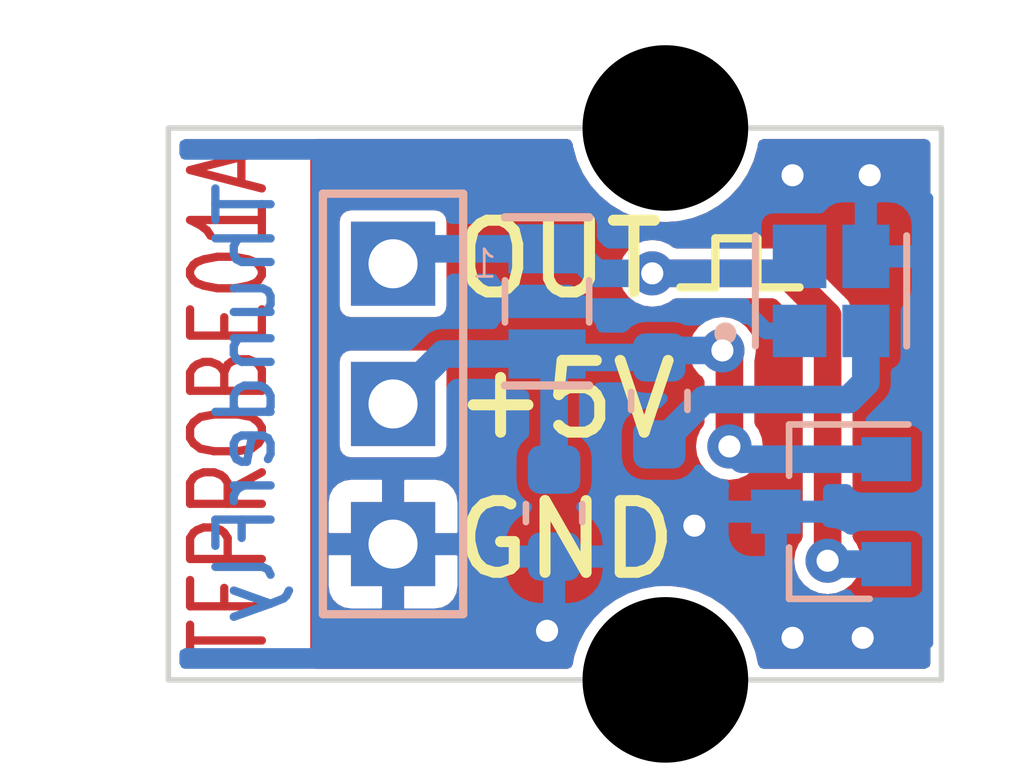
<source format=kicad_pcb>
(kicad_pcb (version 20201002) (generator pcbnew)

  (general
    (thickness 1.6)
  )

  (paper "A4")
  (layers
    (0 "F.Cu" signal)
    (31 "B.Cu" signal)
    (32 "B.Adhes" user "B.Adhesive")
    (33 "F.Adhes" user "F.Adhesive")
    (34 "B.Paste" user)
    (35 "F.Paste" user)
    (36 "B.SilkS" user "B.Silkscreen")
    (37 "F.SilkS" user "F.Silkscreen")
    (38 "B.Mask" user)
    (39 "F.Mask" user)
    (40 "Dwgs.User" user "User.Drawings")
    (41 "Cmts.User" user "User.Comments")
    (42 "Eco1.User" user "User.Eco1")
    (43 "Eco2.User" user "User.Eco2")
    (44 "Edge.Cuts" user)
    (45 "Margin" user)
    (46 "B.CrtYd" user "B.Courtyard")
    (47 "F.CrtYd" user "F.Courtyard")
    (48 "B.Fab" user)
    (49 "F.Fab" user)
    (50 "User.1" user)
    (51 "User.2" user)
    (52 "User.3" user)
    (53 "User.4" user)
    (54 "User.5" user)
    (55 "User.6" user)
    (56 "User.7" user)
    (57 "User.8" user)
    (58 "User.9" user)
  )

  (setup
    (stackup
      (layer "F.SilkS" (type "Top Silk Screen"))
      (layer "F.Paste" (type "Top Solder Paste"))
      (layer "F.Mask" (type "Top Solder Mask") (color "Green") (thickness 0.01))
      (layer "F.Cu" (type "copper") (thickness 0.035))
      (layer "dielectric 1" (type "core") (thickness 1.51) (material "FR4") (epsilon_r 4.5) (loss_tangent 0.02))
      (layer "B.Cu" (type "copper") (thickness 0.035))
      (layer "B.Mask" (type "Bottom Solder Mask") (color "Green") (thickness 0.01))
      (layer "B.Paste" (type "Bottom Solder Paste"))
      (layer "B.SilkS" (type "Bottom Silk Screen"))
      (copper_finish "None")
      (dielectric_constraints no)
    )
    (pcbplotparams
      (layerselection 0x00010fc_ffffffff)
      (disableapertmacros false)
      (usegerberextensions false)
      (usegerberattributes true)
      (usegerberadvancedattributes true)
      (creategerberjobfile true)
      (svguseinch false)
      (svgprecision 6)
      (excludeedgelayer true)
      (plotframeref false)
      (viasonmask false)
      (mode 1)
      (useauxorigin false)
      (hpglpennumber 1)
      (hpglpenspeed 20)
      (hpglpendiameter 15.000000)
      (psnegative false)
      (psa4output false)
      (plotreference true)
      (plotvalue true)
      (plotinvisibletext false)
      (sketchpadsonfab false)
      (subtractmaskfromsilk false)
      (outputformat 1)
      (mirror false)
      (drillshape 1)
      (scaleselection 1)
      (outputdirectory "")
    )
  )


  (net 0 "")
  (net 1 "+5V")
  (net 2 "GND")
  (net 3 "/COUNT")
  (net 4 "Net-(R1-Pad2)")

  (module "Mlab_Mechanical:dira_3mm" (layer "F.Cu") (tedit 5F9ABF68) (tstamp 56e47677-8c0b-43f7-9577-991844c98171)
    (at 8.89 -10.033)
    (property "Sheet file" "C:/Chroust/stare/TF_G/OPTMAGPROBE01/hw/sch_pcb/OPTMAGPROBE01A.kicad_sch")
    (property "Sheet name" "")
    (path "/196227d8-be2a-4b6f-852b-6ff909ae9882")
    (attr through_hole)
    (fp_text reference "M3" (at 0 -0.5 unlocked) (layer "F.SilkS") hide
      (effects (font (size 1 1) (thickness 0.15)))
      (tstamp 9fac237d-9e9b-4dc0-b00b-2c9abe972b3b)
    )
    (fp_text value "HOLE" (at 0 1 unlocked) (layer "F.Fab") hide
      (effects (font (size 1 1) (thickness 0.15)))
      (tstamp aaf139c8-ea2d-4130-9d27-cbe20278733a)
    )
    (fp_text user "2" (at 0 2.5 unlocked) (layer "F.Fab") hide
      (effects (font (size 1 1) (thickness 0.15)))
      (tstamp f8c1cee2-3e07-4f10-8cd9-250d96709fee)
    )
    (pad "" np_thru_hole circle (at 0.11 0.033) (size 3 3) (drill 3) (layers *.Mask) (tstamp 9a595313-588a-409f-a7ba-9085dc25255a))
  )

  (module "Mlab_Mechanical:dira_3mm" (layer "F.Cu") (tedit 5F9AADEB) (tstamp 90077a77-46dd-45fb-9269-10e0de11cc16)
    (at 9 0)
    (property "Sheet file" "C:/Chroust/stare/TF_G/OPTMAGPROBE01/hw/sch_pcb/OPTMAGPROBE01A.kicad_sch")
    (property "Sheet name" "")
    (path "/3b547b03-2d6f-403a-a314-16fe37d96cd6")
    (attr through_hole)
    (fp_text reference "M4" (at 0 -0.5 unlocked) (layer "F.SilkS") hide
      (effects (font (size 1 1) (thickness 0.15)))
      (tstamp 64fe6498-d04e-4d0f-97c7-65ee0ea80220)
    )
    (fp_text value "HOLE" (at 0 1 unlocked) (layer "F.Fab") hide
      (effects (font (size 1 1) (thickness 0.15)))
      (tstamp abe4326c-62a9-4647-8cb8-2809f814037d)
    )
    (fp_text user "1" (at 0 2.5 unlocked) (layer "F.Fab") hide
      (effects (font (size 1 1) (thickness 0.15)))
      (tstamp c93808a1-ee21-479d-a3ae-c1f3fdc396ed)
    )
    (pad "" np_thru_hole circle (at 0 0) (size 3 3) (drill 3) (layers *.Mask) (tstamp 113c40a2-e9ee-49e8-b67a-aca9655a0a53))
  )

  (module "Mlab_R:SMD-0603" (layer "B.Cu") (tedit 5C62CBF2) (tstamp 12a804ff-ed16-49d2-95ce-8a2ac0f88c8c)
    (at 8.89 -5.0545 -90)
    (descr "Resistor SMD 0603 (1608 Metric), square (rectangular) end terminal, IPC_7351 nominal, (Body size source: http://www.tortai-tech.com/upload/download/2011102023233369053.pdf), generated with kicad-footprint-generator")
    (tags "resistor")
    (property "Sheet file" "C:/Chroust/stare/TF_G/OPTMAGPROBE01/hw/sch_pcb/OPTMAGPROBE01A.kicad_sch")
    (property "Sheet name" "")
    (path "/9e12790b-cec9-4dd8-a3af-c20d5c11d549")
    (attr smd)
    (fp_text reference "R1" (at 0 1.43 -270) (layer "B.SilkS") hide
      (effects (font (size 1 1) (thickness 0.15)) (justify mirror))
      (tstamp 440ec7f5-e431-4034-a5c7-0e92d58b2e50)
    )
    (fp_text value "180R" (at 0 -1.43 -270) (layer "B.Fab") hide
      (effects (font (size 1 1) (thickness 0.15)) (justify mirror))
      (tstamp 79e89948-a5d1-417a-8e1c-6e2dcc53e584)
    )
    (fp_text user "${REFERENCE}" (at 0 0 -270) (layer "B.Fab")
      (effects (font (size 0.4 0.4) (thickness 0.06)) (justify mirror))
      (tstamp d690b4eb-8ea8-476b-a9de-f20b6a80069c)
    )
    (fp_line (start -0.162779 -0.51) (end 0.162779 -0.51) (layer "B.SilkS") (width 0.12) (tstamp d01c8536-c85a-4fea-98ef-91e46216a433))
    (fp_line (start -0.162779 0.51) (end 0.162779 0.51) (layer "B.SilkS") (width 0.12) (tstamp e4c738f4-3ea7-4863-b6e2-830ecf12461e))
    (fp_line (start -1.48 -0.73) (end -1.48 0.73) (layer "B.CrtYd") (width 0.05) (tstamp 13548af9-0718-4b3b-8268-d3b2380f6863))
    (fp_line (start 1.48 -0.73) (end -1.48 -0.73) (layer "B.CrtYd") (width 0.05) (tstamp 7ff0ae96-3a8f-4a0e-9e21-df025741190f))
    (fp_line (start -1.48 0.73) (end 1.48 0.73) (layer "B.CrtYd") (width 0.05) (tstamp d24779a3-9ba0-4043-9927-9284d29b3303))
    (fp_line (start 1.48 0.73) (end 1.48 -0.73) (layer "B.CrtYd") (width 0.05) (tstamp fd0d56e8-072e-4202-8c6d-82d51b796640))
    (fp_line (start 0.8 0.4) (end 0.8 -0.4) (layer "B.Fab") (width 0.1) (tstamp 264435ff-e1f7-41f1-ae96-df086ca60f6d))
    (fp_line (start -0.8 0.4) (end 0.8 0.4) (layer "B.Fab") (width 0.1) (tstamp 80eaccaa-be8e-403d-892f-86215f4b7ad0))
    (fp_line (start 0.8 -0.4) (end -0.8 -0.4) (layer "B.Fab") (width 0.1) (tstamp c3deb94c-cb6e-4f2d-b8cf-37aed962696f))
    (fp_line (start -0.8 -0.4) (end -0.8 0.4) (layer "B.Fab") (width 0.1) (tstamp d31383b7-4cc7-4e71-870b-a3f4ec759b12))
    (pad "1" smd roundrect (at -0.7875 0 270) (size 0.875 0.95) (layers "B.Cu" "B.Paste" "B.Mask") (roundrect_rratio 0.25)
      (net 1 "+5V") (tstamp 2e33f2d8-5221-48e9-b0fc-d8ea06070b12))
    (pad "2" smd roundrect (at 0.7875 0 270) (size 0.875 0.95) (layers "B.Cu" "B.Paste" "B.Mask") (roundrect_rratio 0.25)
      (net 4 "Net-(R1-Pad2)") (tstamp a65c2f43-854f-4762-b1c8-f934b201500e))
    (model "${KISYS3DMOD}/Resistor_SMD.3dshapes/R_0603_1608Metric.wrl"
      (offset (xyz 0 0 0))
      (scale (xyz 1 1 1))
      (rotate (xyz 0 0 0))
    )
  )

  (module "Package_TO_SOT_SMD:SOT-23" (layer "B.Cu") (tedit 5A02FF57) (tstamp 1e069433-40c3-442c-a0ab-5d3593c99531)
    (at 12 -3.048 180)
    (descr "SOT-23, Standard")
    (tags "SOT-23")
    (property "Sheet file" "C:/Chroust/stare/TF_G/OPTMAGPROBE01/hw/sch_pcb/OPTMAGPROBE01A.kicad_sch")
    (property "Sheet name" "")
    (path "/a7f3953c-82c9-48f9-af66-14b131e92525")
    (attr smd)
    (fp_text reference "U1" (at -0.065 0 90) (layer "B.SilkS") hide
      (effects (font (size 1 1) (thickness 0.15)) (justify mirror))
      (tstamp 3af7ab49-cd6b-45fc-8812-348ddb7b8e8f)
    )
    (fp_text value "AH3572" (at 0 -2.5) (layer "B.Fab") hide
      (effects (font (size 1 1) (thickness 0.15)) (justify mirror))
      (tstamp fede6f46-15cf-4924-af0f-a402fa97f73e)
    )
    (fp_text user "${REFERENCE}" (at 0 -0.159 270) (layer "B.Fab")
      (effects (font (size 0.5 0.5) (thickness 0.075)) (justify mirror))
      (tstamp 8688ca3b-c82d-456b-af2b-7145723a4c4a)
    )
    (fp_line (start 0.76 -1.58) (end -0.7 -1.58) (layer "B.SilkS") (width 0.12) (tstamp 677910b6-820a-4bf7-9c66-df77d2f1dbb2))
    (fp_line (start 0.76 -1.58) (end 0.76 -0.65) (layer "B.SilkS") (width 0.12) (tstamp a1c30acc-bb97-496e-9330-ec1b1d8fe572))
    (fp_line (start 0.76 1.58) (end 0.76 0.65) (layer "B.SilkS") (width 0.12) (tstamp bfe30c4b-6207-472c-b2d4-1773560c2ef5))
    (fp_line (start 0.76 1.58) (end -1.4 1.58) (layer "B.SilkS") (width 0.12) (tstamp cdca18ab-c2e1-440b-a4de-f146c25a74f3))
    (fp_line (start -1.7 1.75) (end 1.7 1.75) (layer "B.CrtYd") (width 0.05) (tstamp 14682707-d394-4f25-8a05-8ced152b198d))
    (fp_line (start 1.7 1.75) (end 1.7 -1.75) (layer "B.CrtYd") (width 0.05) (tstamp 5e5eb852-78ac-477b-8e1f-6c1fc2cc4e8f))
    (fp_line (start 1.7 -1.75) (end -1.7 -1.75) (layer "B.CrtYd") (width 0.05) (tstamp 8cc2c447-77a4-408c-8b37-ab75758b5941))
    (fp_line (start -1.7 -1.75) (end -1.7 1.75) (layer "B.CrtYd") (width 0.05) (tstamp dfff2472-c0d2-4d07-a016-926ea119ce2d))
    (fp_line (start -0.7 0.95) (end -0.7 -1.5) (layer "B.Fab") (width 0.1) (tstamp 45820504-c6a3-4c79-8fba-ccd2bad782b2))
    (fp_line (start -0.7 0.95) (end -0.15 1.52) (layer "B.Fab") (width 0.1) (tstamp 5f6db468-0a91-454a-bdae-747ce27770f8))
    (fp_line (start -0.15 1.52) (end 0.7 1.52) (layer "B.Fab") (width 0.1) (tstamp a438cfee-4749-4d45-b851-0c7cf672f6ae))
    (fp_line (start 0.7 1.52) (end 0.7 -1.52) (layer "B.Fab") (width 0.1) (tstamp b1f6106c-1377-4df9-9cb7-cf984341cdec))
    (fp_line (start -0.7 -1.52) (end 0.7 -1.52) (layer "B.Fab") (width 0.1) (tstamp c6407950-b3e1-4beb-96dc-6173458a2f34))
    (pad "1" smd rect (at -1 0.95 180) (size 0.9 0.8) (layers "B.Cu" "B.Paste" "B.Mask")
      (net 1 "+5V") (pinfunction "VDD") (tstamp 924acfd4-a450-4dc3-be76-de89152f7c10))
    (pad "2" smd rect (at -1 -0.95 180) (size 0.9 0.8) (layers "B.Cu" "B.Paste" "B.Mask")
      (net 3 "/COUNT") (pinfunction "OUT") (tstamp f4199b9d-0e96-490c-a96e-922cdb32cc56))
    (pad "3" smd rect (at 1 0 180) (size 0.9 0.8) (layers "B.Cu" "B.Paste" "B.Mask")
      (net 2 "GND") (pinfunction "GND") (tstamp 4e002ea0-f972-47a8-a3f0-245d77b07ed0))
    (model "${KISYS3DMOD}/Package_TO_SOT_SMD.3dshapes/SOT-23.wrl"
      (offset (xyz 0 0 0))
      (scale (xyz 1 1 1))
      (rotate (xyz 0 0 0))
    )
  )

  (module "Mlab_R:SMD-0603" (layer "B.Cu") (tedit 5C62CBF2) (tstamp 378994b2-6a2d-4498-98e7-656d84b6070d)
    (at 6.985 -3.0225 -90)
    (descr "Resistor SMD 0603 (1608 Metric), square (rectangular) end terminal, IPC_7351 nominal, (Body size source: http://www.tortai-tech.com/upload/download/2011102023233369053.pdf), generated with kicad-footprint-generator")
    (tags "resistor")
    (property "Sheet file" "C:/Chroust/stare/TF_G/OPTMAGPROBE01/hw/sch_pcb/OPTMAGPROBE01A.kicad_sch")
    (property "Sheet name" "")
    (path "/ac907e1c-aaef-41d8-ab58-f926b0e3502f")
    (attr smd)
    (fp_text reference "C1" (at 0 1.43 -270) (layer "B.SilkS") hide
      (effects (font (size 1 1) (thickness 0.15)) (justify mirror))
      (tstamp 28a9c17a-f213-4c98-87e8-3b88fc15444b)
    )
    (fp_text value "100nF" (at 0 -1.43 -270) (layer "B.Fab") hide
      (effects (font (size 1 1) (thickness 0.15)) (justify mirror))
      (tstamp 19138f9a-eae5-4b50-b6d1-21c975b94c4d)
    )
    (fp_text user "${REFERENCE}" (at 0 0 -270) (layer "B.Fab")
      (effects (font (size 0.4 0.4) (thickness 0.06)) (justify mirror))
      (tstamp febf9e36-03a6-4c5b-a566-b4a6e2bd32e0)
    )
    (fp_line (start -0.162779 -0.51) (end 0.162779 -0.51) (layer "B.SilkS") (width 0.12) (tstamp a150d794-5aa0-4d49-8dbf-414f38d89c14))
    (fp_line (start -0.162779 0.51) (end 0.162779 0.51) (layer "B.SilkS") (width 0.12) (tstamp bbaacbc5-5bcb-4f68-9e38-19033a2f6f8d))
    (fp_line (start 1.48 -0.73) (end -1.48 -0.73) (layer "B.CrtYd") (width 0.05) (tstamp 00254b0e-279e-4d79-9ffd-a8e7048fc811))
    (fp_line (start -1.48 0.73) (end 1.48 0.73) (layer "B.CrtYd") (width 0.05) (tstamp 50f57b36-991f-449b-be38-d50a31064a60))
    (fp_line (start -1.48 -0.73) (end -1.48 0.73) (layer "B.CrtYd") (width 0.05) (tstamp 8c15edb8-05b2-4c96-9b72-c5c808e49c85))
    (fp_line (start 1.48 0.73) (end 1.48 -0.73) (layer "B.CrtYd") (width 0.05) (tstamp d02ffcf0-16b5-499c-a3a5-b2c55f16963c))
    (fp_line (start 0.8 -0.4) (end -0.8 -0.4) (layer "B.Fab") (width 0.1) (tstamp 766f635f-4060-4e41-9d6a-b4bc6872c5ad))
    (fp_line (start 0.8 0.4) (end 0.8 -0.4) (layer "B.Fab") (width 0.1) (tstamp c25e6102-aa41-49c0-8124-ebd365db4294))
    (fp_line (start -0.8 -0.4) (end -0.8 0.4) (layer "B.Fab") (width 0.1) (tstamp edd8f77d-e2f5-4313-aef5-b75ad17a367e))
    (fp_line (start -0.8 0.4) (end 0.8 0.4) (layer "B.Fab") (width 0.1) (tstamp f5b54bff-26d5-407b-8f2a-73578e7c6a4f))
    (pad "1" smd roundrect (at -0.7875 0 270) (size 0.875 0.95) (layers "B.Cu" "B.Paste" "B.Mask") (roundrect_rratio 0.25)
      (net 1 "+5V") (tstamp 0a3d5979-1671-47e4-b8d5-6047eaf539ae))
    (pad "2" smd roundrect (at 0.7875 0 270) (size 0.875 0.95) (layers "B.Cu" "B.Paste" "B.Mask") (roundrect_rratio 0.25)
      (net 2 "GND") (tstamp 7d0f52c7-4b61-4088-b9ef-9e730085efeb))
    (model "${KISYS3DMOD}/Resistor_SMD.3dshapes/R_0603_1608Metric.wrl"
      (offset (xyz 0 0 0))
      (scale (xyz 1 1 1))
      (rotate (xyz 0 0 0))
    )
  )

  (module "Mlab_R:SMD-0805" (layer "B.Cu") (tedit 5F9A9216) (tstamp 72d28d2f-2919-4936-a9ba-66e8379edab3)
    (at 6.858 -6.858 90)
    (property "Sheet file" "C:/Chroust/stare/TF_G/OPTMAGPROBE01/hw/sch_pcb/OPTMAGPROBE01A.kicad_sch")
    (property "Sheet name" "")
    (path "/dc0b4ba4-1c58-4194-aa69-1071feb9bfda")
    (attr smd)
    (fp_text reference "R2" (at 0 0.3175 90) (layer "B.Fab")
      (effects (font (size 0.50038 0.50038) (thickness 0.10922)) (justify mirror))
      (tstamp 51df30c3-f317-4460-b30a-5fb8540dcfe5)
    )
    (fp_text value "-" (at 0.127 -0.381 90) (layer "B.Fab")
      (effects (font (size 0.50038 0.50038) (thickness 0.10922)) (justify mirror))
      (tstamp 74ee4263-ab77-4d9b-a83c-4df479caa04f)
    )
    (fp_line (start -0.381 0.762) (end 0.381 0.762) (layer "B.SilkS") (width 0.12) (tstamp 004d0136-e250-4920-8de2-a0be0b37f2f3))
    (fp_line (start 1.524 0.762) (end 1.524 -0.762) (layer "B.SilkS") (width 0.15) (tstamp 18a9ce20-fe79-4601-9f26-cf3bc87d9b74))
    (fp_line (start -1.524 -0.762) (end -1.524 0.762) (layer "B.SilkS") (width 0.15) (tstamp e7362c91-620d-4a08-b6cb-0dbfe7426385))
    (fp_line (start -0.381 -0.762) (end 0.381 -0.762) (layer "B.SilkS") (width 0.12) (tstamp f5cacfe6-e6f9-4126-8a9e-c1b2b81b19e4))
    (fp_line (start 1.524 0.762) (end 1.524 -0.762) (layer "B.Fab") (width 0.15) (tstamp 0f0c5b2a-c56b-4888-8d6f-85f61b683ad4))
    (fp_line (start -1.524 0.762) (end -0.508 0.762) (layer "B.Fab") (width 0.15) (tstamp 2490cb6d-5b6d-406e-a4c4-164dbbc2d118))
    (fp_line (start -0.508 -0.762) (end -1.524 -0.762) (layer "B.Fab") (width 0.15) (tstamp 5ef757f3-70ef-4a9c-950f-f5e045b739f1))
    (fp_line (start 1.524 -0.762) (end 0.508 -0.762) (layer "B.Fab") (width 0.15) (tstamp afe3f7e2-31af-42a4-85bc-a7048e5357ad))
    (fp_line (start 0.508 0.762) (end 1.524 0.762) (layer "B.Fab") (width 0.15) (tstamp b633bf51-d9a1-4dde-9bd0-301ea59c2062))
    (fp_line (start -1.524 -0.762) (end -1.524 0.762) (layer "B.Fab") (width 0.15) (tstamp bd0b4caf-e65d-49f6-af89-00fb97a8e220))
    (pad "1" smd rect (at -0.9525 0 90) (size 0.889 1.397) (layers "B.Cu" "B.Paste" "B.Mask")
      (net 1 "+5V") (tstamp 57be02fb-07a0-451f-b2ef-4f89874c2e8b))
    (pad "2" smd rect (at 0.9525 0 90) (size 0.889 1.397) (layers "B.Cu" "B.Paste" "B.Mask")
      (net 3 "/COUNT") (tstamp b532a92a-6a41-43fe-aea5-1d932d1d9141))
    (model "${KISYS3DMOD}/Resistor_SMD.3dshapes/R_0805_2012Metric.wrl"
      (offset (xyz 0 0 0))
      (scale (xyz 1 1 1))
      (rotate (xyz 0 0 0))
    )
  )

  (module "Mlab_IO:XDCR_VCNT2020" (layer "B.Cu") (tedit 5F9BA8BD) (tstamp 8c35d8f4-72e8-4872-a7c3-44fef395efd7)
    (at 12 -7.048)
    (property "Field4" "Vishay")
    (property "Field5" "Manufacturer Recommendation")
    (property "Sheet file" "C:/Chroust/stare/TF_G/OPTMAGPROBE01/hw/sch_pcb/OPTMAGPROBE01A.kicad_sch")
    (property "Sheet name" "")
    (path "/08989b57-1670-408e-a8a9-fe966c7c308b")
    (attr through_hole)
    (fp_text reference "U2" (at 0.635 2.667) (layer "B.SilkS") hide
      (effects (font (size 1 1) (thickness 0.015)) (justify mirror))
      (tstamp c6211497-c04b-4c1f-bed6-9613310ea468)
    )
    (fp_text value "VCNT2020" (at 5.715 -2.667) (layer "B.Fab") hide
      (effects (font (size 1 1) (thickness 0.015)) (justify mirror))
      (tstamp fd261a50-dab2-4773-a560-283143115e25)
    )
    (fp_text user "${REFERENCE}" (at -0.062 0 unlocked) (layer "B.Fab")
      (effects (font (size 1 1) (thickness 0.15)) (justify mirror))
      (tstamp 2433f560-b032-4492-b5ab-f188cbbcb180)
    )
    (fp_line (start -1.37 1) (end -1.37 -1) (layer "B.SilkS") (width 0.127) (tstamp 365b6a0e-73f8-409c-8330-fc3088ed1300))
    (fp_line (start 1.37 1) (end 1.37 -1) (layer "B.SilkS") (width 0.127) (tstamp f883e9e0-d89b-4ef7-8f96-4588280f88d3))
    (fp_circle (center -1.91352 0.769763) (end -1.81352 0.769763) (layer "B.SilkS") (width 0.2) (tstamp 76e396a3-4bd7-487a-ac1f-899a2bfbd6d8))
    (fp_line (start 1.5 1.45) (end -1.5 1.45) (layer "B.CrtYd") (width 0.05) (tstamp 190fe6f1-e31e-48b5-a2b7-85f88b554c3e))
    (fp_line (start 1.5 -1.45) (end -1.5 -1.45) (layer "B.CrtYd") (width 0.05) (tstamp 3a72e0e2-9634-4908-8e3d-49c4a54228fe))
    (fp_line (start 1.5 1.45) (end 1.5 -1.45) (layer "B.CrtYd") (width 0.05) (tstamp 3b2e7de2-94c8-446f-8af8-e72db6ae8b0e))
    (fp_line (start -1.5 1.45) (end -1.5 -1.45) (layer "B.CrtYd") (width 0.05) (tstamp 5081adef-acc1-4029-af59-1410e985978f))
    (fp_line (start -1.25 1) (end -1.25 -1) (layer "B.Fab") (width 0.127) (tstamp 15320da5-ca97-48b9-b294-70ccf6f255a8))
    (fp_line (start 1.25 -1) (end -1.25 -1) (layer "B.Fab") (width 0.127) (tstamp 8224f903-a2a2-4ee1-b663-4824b35056bc))
    (fp_line (start 1.25 1) (end -1.25 1) (layer "B.Fab") (width 0.127) (tstamp 8ec97fdf-f8b6-48de-92db-eb749982bfcc))
    (fp_line (start 1.25 1) (end 1.25 -1) (layer "B.Fab") (width 0.127) (tstamp f26ef855-ee33-4918-997e-3b3fa2fdd6f4))
    (fp_circle (center -1.91352 0.769763) (end -1.81352 0.769763) (layer "B.Fab") (width 0.2) (tstamp b0e73dc3-da08-40c3-912a-b4ed1887bfdf))
    (pad "1" smd rect (at -0.57 0.725) (size 0.97 0.95) (layers "B.Cu" "B.Paste" "B.Mask")
      (net 2 "GND") (tstamp e543b61d-a3ce-4afe-8cae-7f155d52a44d))
    (pad "2" smd rect (at -0.57 -0.625) (size 0.97 1.15) (layers "B.Cu" "B.Paste" "B.Mask")
      (net 3 "/COUNT") (tstamp 7dd8ff22-3a74-44b3-a8c7-ad80a95b3952))
    (pad "3" smd rect (at 0.63 0.725) (size 0.85 0.95) (layers "B.Cu" "B.Paste" "B.Mask")
      (net 4 "Net-(R1-Pad2)") (tstamp 768c17f3-0566-4a8a-9570-a088869e7dd5))
    (pad "4" smd rect (at 0.63 -0.625) (size 0.85 1.15) (layers "B.Cu" "B.Paste" "B.Mask")
      (net 2 "GND") (tstamp baeb9e22-fc0d-499c-a5bf-e32b1b4cd32d))
    (model "${KISYS3MOD_MLAB}/VISHAY_VCNT2020.step"
      (offset (xyz 0 0 0))
      (scale (xyz 1 1 1))
      (rotate (xyz 0 0 0))
    )
  )

  (module "Mlab_Pin_Headers:Straight_1x03" locked (layer "B.Cu") (tedit 5F9ABD97) (tstamp b2df6ceb-bfd6-46da-9391-f6208d3257be)
    (at 4.069 -5 180)
    (descr "pin header straight 1x03")
    (tags "pin header straight 1x03")
    (property "Sheet file" "C:/Chroust/stare/TF_G/OPTMAGPROBE01/hw/sch_pcb/OPTMAGPROBE01A.kicad_sch")
    (property "Sheet name" "")
    (path "/d81e7dca-ab0d-4e13-984a-1c5b00f3383c")
    (attr through_hole)
    (fp_text reference "J1" (at 0 5.08 180) (layer "B.SilkS") hide
      (effects (font (size 1.5 1.5) (thickness 0.15)) (justify mirror))
      (tstamp 0360a17e-7a6b-45c7-bc4c-1d531836c780)
    )
    (fp_text value "HEADER_1x03" (at 0 -5.08 180) (layer "B.SilkS") hide
      (effects (font (size 1.5 1.5) (thickness 0.15)) (justify mirror))
      (tstamp a7786078-3591-4f5c-bc0f-439c5de19227)
    )
    (fp_text user "1" (at -1.651 2.54 180) (layer "B.SilkS")
      (effects (font (size 0.5 0.5) (thickness 0.05)) (justify mirror))
      (tstamp 37f8df61-abe8-4d5f-8b92-42a5cc1e0f22)
    )
    (fp_line (start 1.27 -3.81) (end -1.27 -3.81) (layer "B.SilkS") (width 0.15) (tstamp 394926cc-b756-470f-8661-e2d69a43ff17))
    (fp_line (start 1.27 3.81) (end 1.27 -3.81) (layer "B.SilkS") (width 0.15) (tstamp b4b62924-490c-4c3e-80ea-21066469a747))
    (fp_line (start -1.27 3.81) (end 1.27 3.81) (layer "B.SilkS") (width 0.15) (tstamp cd100654-35d9-467f-ab85-7b6312a33e1e))
    (fp_line (start -1.27 -3.81) (end -1.27 3.81) (layer "B.SilkS") (width 0.15) (tstamp f2ff51e8-a90b-4000-87b1-7fe02801de4c))
    (fp_line (start -1.27 -3.81) (end -1.27 3.81) (layer "B.Fab") (width 0.15) (tstamp 6c0cfadf-9ac4-4c32-97ec-618b1832ceb7))
    (fp_line (start 1.27 -3.81) (end -1.27 -3.81) (layer "B.Fab") (width 0.15) (tstamp a981c5e2-1ec3-44df-9c3f-7bc50fa7f04c))
    (fp_line (start 1.27 3.81) (end 1.27 -3.81) (layer "B.Fab") (width 0.15) (tstamp ca574c21-1024-45bd-bae5-b9194f0557f1))
    (fp_line (start -1.27 3.81) (end 1.27 3.81) (layer "B.Fab") (width 0.15) (tstamp da9ea73a-8a78-44c1-bbd3-a04dd4c338c9))
    (pad "1" thru_hole rect (at 0 2.54 180) (size 1.524 1.524) (drill 0.889) (layers *.Cu *.Mask)
      (net 3 "/COUNT") (tstamp 6421529e-ac37-431c-998b-2bd433a938b4))
    (pad "2" thru_hole rect (at 0 0 180) (size 1.524 1.524) (drill 0.889) (layers *.Cu *.Mask)
      (net 1 "+5V") (tstamp bc978b75-fa51-4e2e-8049-ac07e59b8b53))
    (pad "3" thru_hole rect (at 0 -2.54 180) (size 1.524 1.524) (drill 0.889) (layers *.Cu *.Mask)
      (net 2 "GND") (tstamp c91e0e5c-384f-4a83-baa3-31710cdcd2ae))
    (model "${KISYS3DMOD}/Connector_PinHeader_2.54mm.3dshapes/PinHeader_1x03_P2.54mm_Vertical.wrl"
      (offset (xyz 0 2.54 0))
      (scale (xyz 1 1 1))
      (rotate (xyz 0 0 0))
    )
  )

  (gr_line (start 9.906 -8.001) (end 10.668 -8.001) (layer "F.SilkS") (width 0.15) (tstamp 194a0d38-a366-4c37-88d9-72fd0aa5a0c3))
  (gr_line (start 9.271 -7.112) (end 9.906 -7.112) (layer "F.SilkS") (width 0.15) (tstamp 31761ebf-8981-4546-919c-bcd25f2f52c2))
  (gr_line (start 10.668 -8.001) (end 10.668 -7.112) (layer "F.SilkS") (width 0.15) (tstamp 63308f9c-9348-4e02-b073-6269fa6b78a5))
  (gr_line (start 9.906 -7.112) (end 9.906 -8.001) (layer "F.SilkS") (width 0.15) (tstamp 785573a0-3be5-4a94-bdad-7d51dc8ea8da))
  (gr_line (start 10.668 -7.112) (end 11.43 -7.112) (layer "F.SilkS") (width 0.15) (tstamp f5166085-455a-4b21-b152-20fa42cd1e82))
  (gr_rect (start 0 0) (end 14 -10) (layer "Edge.Cuts") (width 0.1) (tstamp 4b58e704-cec7-425c-8f75-4487ded1d908))
  (gr_text "TFPROBE01A" (at 1.1 -5 90) (layer "F.Cu") (tstamp cf5b2775-b1f4-4526-9290-f41c8e2b95bb)
    (effects (font (size 1.3 1) (thickness 0.15)))
  )
  (gr_text "ThunderFly" (at 1.397 -5 90) (layer "B.Cu") (tstamp 77f9dc0a-1e99-4f08-8c82-0902854ebda1)
    (effects (font (size 1 1) (thickness 0.15)) (justify mirror))
  )
  (gr_text "GND" (at 5.08 -2.54) (layer "F.SilkS") (tstamp 9ce32d00-c99e-409e-8bf0-d6b07bb491f7)
    (effects (font (size 1.3 1.3) (thickness 0.2)) (justify left))
  )
  (gr_text "OUT" (at 5.08 -7.62) (layer "F.SilkS") (tstamp b7b729fd-563d-427e-bf01-c516982f5600)
    (effects (font (size 1.3 1.3) (thickness 0.2)) (justify left))
  )
  (gr_text "+5V" (at 5.08 -5.08) (layer "F.SilkS") (tstamp cd988095-883a-4c4d-a0cf-2717a2a286dc)
    (effects (font (size 1.3 1.3) (thickness 0.2)) (justify left))
  )

  (segment (start 10.16 -5.842) (end 10.033 -5.969) (width 0.5) (layer "F.Cu") (net 1) (tstamp 52a97bce-c725-49b1-b185-c610fdbf16b9))
  (segment (start 10.16 -4.23) (end 10.16 -5.842) (width 0.5) (layer "F.Cu") (net 1) (tstamp b87b835e-48d1-4f69-ae29-a2ab8febdf48))
  (via (at 10.033 -5.969) (size 0.8) (drill 0.4) (layers "F.Cu" "B.Cu") (net 1) (tstamp 08fa310c-ea53-4895-b53d-2e386d0dd562))
  (via (at 10.16 -4.23) (size 0.8) (drill 0.4) (layers "F.Cu" "B.Cu") (net 1) (tstamp f1960701-c8c0-42ca-91ee-6400b8e17ee2))
  (segment (start 8.89 -5.842) (end 6.9215 -5.842) (width 0.5) (layer "B.Cu") (net 1) (tstamp 30d322b7-fe07-4a7e-8bbd-816b74d364b7))
  (segment (start 10.392 -3.998) (end 10.16 -4.23) (width 0.5) (layer "B.Cu") (net 1) (tstamp 3cb40ed5-dd5d-4fad-bbdf-e64ee5038085))
  (segment (start 6.985 -5.7785) (end 6.858 -5.9055) (width 0.5) (layer "B.Cu") (net 1) (tstamp 835125df-9e27-4a01-96d7-a50f170b7227))
  (segment (start 13 -3.998) (end 10.392 -3.998) (width 0.5) (layer "B.Cu") (net 1) (tstamp 888e8e5b-32f4-42d6-abed-1618cc91b268))
  (segment (start 6.9215 -5.842) (end 6.858 -5.9055) (width 0.5) (layer "B.Cu") (net 1) (tstamp 981003a1-66a7-4f38-a835-c5138027db19))
  (segment (start 9.017 -5.969) (end 8.89 -5.842) (width 0.5) (layer "B.Cu") (net 1) (tstamp a5fd9a40-d260-46a1-8924-25095f574076))
  (segment (start 6.985 -3.81) (end 6.985 -5.7785) (width 0.5) (layer "B.Cu") (net 1) (tstamp ae38ed9f-a9c2-4453-8214-9642ef83719f))
  (segment (start 4.9745 -5.9055) (end 4.069 -5) (width 0.5) (layer "B.Cu") (net 1) (tstamp b9adf2cb-5da8-4513-96b5-f2a8c3ce8b3c))
  (segment (start 6.858 -5.9055) (end 4.9745 -5.9055) (width 0.5) (layer "B.Cu") (net 1) (tstamp cfca5d06-ec5f-4f94-8921-94b8a27e1c1f))
  (segment (start 10.033 -5.969) (end 9.017 -5.969) (width 0.5) (layer "B.Cu") (net 1) (tstamp d8225fce-d206-4f39-a212-79e793d6a54b))
  (via (at 11.303 -0.762) (size 0.8) (drill 0.4) (layers "F.Cu" "B.Cu") (net 2) (tstamp 194b1269-4e1f-403d-b2a8-58e23d4531c2))
  (via (at 9.525 -2.794) (size 0.8) (drill 0.4) (layers "F.Cu" "B.Cu") (net 2) (tstamp 319499be-e9c2-4ab4-a4fd-8227066a5c22))
  (via (at 11.303 -9.144) (size 0.8) (drill 0.4) (layers "F.Cu" "B.Cu") (net 2) (tstamp 6562ba55-9eb9-466a-9d0a-ecd06e76cb67))
  (via (at 12.7 -9.144) (size 0.8) (drill 0.4) (layers "F.Cu" "B.Cu") (net 2) (tstamp 83858109-2b28-4cf7-b47d-90a600b60a10))
  (via (at 12.573 -0.762) (size 0.8) (drill 0.4) (layers "F.Cu" "B.Cu") (net 2) (tstamp bd650164-899c-4773-b358-be8c9b99a7a3))
  (via (at 6.858 -0.889) (size 0.8) (drill 0.4) (layers "F.Cu" "B.Cu") (net 2) (tstamp c324e412-fad3-4239-a3db-395ee1fdea92))
  (segment (start 13.75001 -8.72899) (end 13.75001 -0.66901) (width 0.2) (layer "B.Cu") (net 2) (tstamp 7268d5da-1062-4e9b-b54a-5b8ef2cb9879))
  (segment (start 10.822 -6.323) (end 10.414 -6.731) (width 0.3) (layer "B.Cu") (net 2) (tstamp 75598147-22a2-4147-a41c-1e976a606aaa))
  (segment (start 11.43 -6.323) (end 10.822 -6.323) (width 0.3) (layer "B.Cu") (net 2) (tstamp 9c7435a1-5d31-4a71-8edd-f18357391aca))
  (segment (start 13.335 -9.144) (end 13.75001 -8.72899) (width 0.2) (layer "B.Cu") (net 2) (tstamp a3aa46c5-b75e-4709-b563-a19ecbab012d))
  (segment (start 10.414 -6.731) (end 9.271 -6.731) (width 0.3) (layer "B.Cu") (net 2) (tstamp aa1ff164-ebd2-421c-9217-39ca6393d836))
  (segment (start 13.65702 -0.762) (end 12.573 -0.762) (width 0.2) (layer "B.Cu") (net 2) (tstamp e26b366b-484b-4b65-8b7a-6a7a2d306947))
  (segment (start 13.75001 -0.66901) (end 13.65702 -0.762) (width 0.2) (layer "B.Cu") (net 2) (tstamp f2b1712f-5788-45a0-be2b-0086f00276c3))
  (segment (start 12.7 -9.144) (end 13.335 -9.144) (width 0.2) (layer "B.Cu") (net 2) (tstamp fc9bf196-44a6-4f4b-abbb-ec79da7f0c83))
  (segment (start 11.176 -7.366) (end 8.763 -7.366) (width 0.5) (layer "F.Cu") (net 3) (tstamp 0c7bf5b9-6cb2-477b-a2ec-f5c0cddb70bd))
  (segment (start 11.938 -2.159) (end 11.938 -6.604) (width 0.5) (layer "F.Cu") (net 3) (tstamp 5aeee9ea-2f13-4468-bd7c-e4021a63c0c8))
  (segment (start 11.938 -6.604) (end 11.176 -7.366) (width 0.5) (layer "F.Cu") (net 3) (tstamp b02e324a-e61b-478d-b5d4-2d7a060c08d2))
  (via (at 8.763 -7.366) (size 0.8) (drill 0.4) (layers "F.Cu" "B.Cu") (net 3) (tstamp 32f833d1-2343-4c7a-a526-0a70d6278f45))
  (via (at 11.938 -2.159) (size 0.8) (drill 0.4) (layers "F.Cu" "B.Cu") (net 3) (tstamp 7eb3b75a-9f9d-4345-b693-f02528c72222))
  (segment (start 6.858 -7.8105) (end 4.3395 -7.8105) (width 0.5) (layer "B.Cu") (net 3) (tstamp 15cd9b73-ea02-426d-9445-9ad7c3667e61))
  (segment (start 7.3025 -7.8105) (end 7.747 -7.366) (width 0.5) (layer "B.Cu") (net 3) (tstamp 1d37d859-84af-41cf-85ca-733ae5dd1da1))
  (segment (start 11.2925 -7.8105) (end 11.43 -7.673) (width 0.5) (layer "B.Cu") (net 3) (tstamp 35e33bf7-b707-4d32-b855-9b003dfa8b91))
  (segment (start 6.858 -7.8105) (end 7.3025 -7.8105) (width 0.5) (layer "B.Cu") (net 3) (tstamp 3ea057b1-c403-4889-a633-cfa0bb46ce0d))
  (segment (start 13 -2.098) (end 11.999 -2.098) (width 0.5) (layer "B.Cu") (net 3) (tstamp 5137dca4-cb12-46db-87bc-19e472a2aee8))
  (segment (start 11.999 -2.098) (end 11.938 -2.159) (width 0.5) (layer "B.Cu") (net 3) (tstamp 866f9119-2078-436b-86c3-8c6a1044ddd3))
  (segment (start 4.3395 -7.8105) (end 4.069 -7.54) (width 0.5) (layer "B.Cu") (net 3) (tstamp a1acd0c3-0025-4577-bbd3-866f467f9168))
  (segment (start 8.763 -7.366) (end 11.123 -7.366) (width 0.5) (layer "B.Cu") (net 3) (tstamp bd27212a-429f-49d4-bf30-458cd54ddece))
  (segment (start 7.747 -7.366) (end 8.763 -7.366) (width 0.5) (layer "B.Cu") (net 3) (tstamp c7efa3ef-d5e8-4a04-aade-1670cb66ee7e))
  (segment (start 11.123 -7.366) (end 11.43 -7.673) (width 0.5) (layer "B.Cu") (net 3) (tstamp f8d76482-e088-414f-bc2e-d7a140c900fc))
  (segment (start 11.684 -5.08) (end 9.703 -5.08) (width 0.5) (layer "B.Cu") (net 4) (tstamp 14850230-0aeb-4940-911e-a046014bbdf8))
  (segment (start 11.684 -5.08) (end 12.319 -5.08) (width 0.5) (layer "B.Cu") (net 4) (tstamp 20f80cc9-af37-436a-9048-421fc3406bb6))
  (segment (start 12.63 -5.391) (end 12.63 -6.323) (width 0.5) (layer "B.Cu") (net 4) (tstamp 38b11f66-0c07-46b4-90df-b68a98471020))
  (segment (start 9.703 -5.08) (end 8.89 -4.267) (width 0.5) (layer "B.Cu") (net 4) (tstamp a0094807-7be6-4ca6-b2cc-09ca21e1ba62))
  (segment (start 12.319 -5.08) (end 12.63 -5.391) (width 0.5) (layer "B.Cu") (net 4) (tstamp eb93a205-0578-4c7a-9889-012d571a42b4))

  (zone (net 2) (net_name "GND") (layers F&B.Cu) (tstamp 277822f0-1422-41cd-8395-efe02d6e09e9) (hatch edge 0.508)
    (connect_pads (clearance 0.2))
    (min_thickness 0.2) (filled_areas_thickness no)
    (fill yes (thermal_gap 0.4) (thermal_bridge_width 0.4))
    (polygon
      (pts
        (xy 15.494 1.524)
        (xy -3.048 1.524)
        (xy -2.159 -12.319)
        (xy 15.24 -12.319)
      )
    )
    (filled_polygon
      (layer "F.Cu")
      (pts
        (xy 7.282375 -9.781093)
        (xy 7.322435 -9.713151)
        (xy 7.328638 -9.662994)
        (xy 7.398844 -9.41406)
        (xy 7.505897 -9.17861)
        (xy 7.647333 -8.962062)
        (xy 7.819896 -8.769399)
        (xy 7.822802 -8.767008)
        (xy 8.016712 -8.607444)
        (xy 8.016717 -8.60744)
        (xy 8.019616 -8.605055)
        (xy 8.241897 -8.472811)
        (xy 8.245372 -8.471404)
        (xy 8.245377 -8.471401)
        (xy 8.32575 -8.438847)
        (xy 8.481624 -8.375712)
        (xy 8.485276 -8.374845)
        (xy 8.485277 -8.374845)
        (xy 8.729628 -8.316857)
        (xy 8.729633 -8.316856)
        (xy 8.733279 -8.315991)
        (xy 8.883589 -8.303765)
        (xy 8.98732 -8.295328)
        (xy 8.987323 -8.295328)
        (xy 8.991073 -8.295023)
        (xy 9.066987 -8.300398)
        (xy 9.245322 -8.313025)
        (xy 9.245328 -8.313026)
        (xy 9.249072 -8.313291)
        (xy 9.501339 -8.370373)
        (xy 9.675617 -8.438847)
        (xy 9.738575 -8.463583)
        (xy 9.738577 -8.463584)
        (xy 9.742069 -8.464956)
        (xy 9.814453 -8.507)
        (xy 9.962468 -8.592974)
        (xy 9.962471 -8.592976)
        (xy 9.965723 -8.594865)
        (xy 10.167153 -8.757108)
        (xy 10.341724 -8.947954)
        (xy 10.48542 -9.163009)
        (xy 10.487011 -9.166413)
        (xy 10.593338 -9.393913)
        (xy 10.593341 -9.39392)
        (xy 10.594932 -9.397325)
        (xy 10.600904 -9.417679)
        (xy 10.666682 -9.641897)
        (xy 10.666683 -9.6419)
        (xy 10.667742 -9.645511)
        (xy 10.676965 -9.714179)
        (xy 10.70345 -9.769335)
        (xy 10.775084 -9.8)
        (xy 13.701001 -9.8)
        (xy 13.759192 -9.781093)
        (xy 13.795156 -9.731593)
        (xy 13.800001 -9.701)
        (xy 13.8 -0.299)
        (xy 13.781093 -0.240809)
        (xy 13.701 -0.2)
        (xy 10.77748 -0.2)
        (xy 10.719289 -0.218907)
        (xy 10.681037 -0.276646)
        (xy 10.62783 -0.506197)
        (xy 10.62698 -0.509865)
        (xy 10.531137 -0.750096)
        (xy 10.400059 -0.973067)
        (xy 10.236763 -1.173645)
        (xy 10.104229 -1.293609)
        (xy 10.047795 -1.344691)
        (xy 10.047791 -1.344694)
        (xy 10.045007 -1.347214)
        (xy 9.890832 -1.449067)
        (xy 9.83234 -1.487709)
        (xy 9.832339 -1.487709)
        (xy 9.829202 -1.489782)
        (xy 9.825786 -1.491357)
        (xy 9.597739 -1.596488)
        (xy 9.597734 -1.59649)
        (xy 9.594315 -1.598066)
        (xy 9.345752 -1.669575)
        (xy 9.342034 -1.670055)
        (xy 9.342032 -1.670055)
        (xy 9.252831 -1.681561)
        (xy 9.089233 -1.702663)
        (xy 9.085488 -1.702575)
        (xy 9.085484 -1.702575)
        (xy 8.968057 -1.699808)
        (xy 8.83066 -1.69657)
        (xy 8.826966 -1.695915)
        (xy 8.826963 -1.695915)
        (xy 8.579683 -1.65209)
        (xy 8.579678 -1.652089)
        (xy 8.575984 -1.651434)
        (xy 8.331065 -1.568296)
        (xy 8.302582 -1.5535)
        (xy 8.104881 -1.450803)
        (xy 8.104876 -1.4508)
        (xy 8.10154 -1.449067)
        (xy 7.892691 -1.296492)
        (xy 7.709323 -1.114082)
        (xy 7.707093 -1.111063)
        (xy 7.707088 -1.111057)
        (xy 7.60277 -0.969821)
        (xy 7.555657 -0.906035)
        (xy 7.488952 -0.779249)
        (xy 7.473614 -0.750096)
        (xy 7.435228 -0.677137)
        (xy 7.350808 -0.432657)
        (xy 7.350132 -0.428953)
        (xy 7.32315 -0.281214)
        (xy 7.294096 -0.227367)
        (xy 7.225761 -0.2)
        (xy 2.6685 -0.2)
        (xy 2.610309 -0.218907)
        (xy 2.5695 -0.299)
        (xy 2.5695 -2.251758)
        (xy 2.902 -2.251758)
        (xy 2.902 -1.701893)
        (xy 2.902609 -1.694154)
        (xy 2.920603 -1.580543)
        (xy 2.925358 -1.565908)
        (xy 2.975812 -1.466886)
        (xy 2.984854 -1.454441)
        (xy 3.063441 -1.375854)
        (xy 3.075886 -1.366812)
        (xy 3.174908 -1.316358)
        (xy 3.189543 -1.311603)
        (xy 3.303154 -1.293609)
        (xy 3.310893 -1.293)
        (xy 3.85332 -1.293)
        (xy 3.857598 -1.29439)
        (xy 3.864879 -1.30868)
        (xy 4.268999 -1.30868)
        (xy 4.273121 -1.295995)
        (xy 4.277242 -1.293)
        (xy 4.827107 -1.293)
        (xy 4.834846 -1.293609)
        (xy 4.948457 -1.311603)
        (xy 4.963092 -1.316358)
        (xy 5.062114 -1.366812)
        (xy 5.074559 -1.375854)
        (xy 5.153146 -1.454441)
        (xy 5.162188 -1.466886)
        (xy 5.212642 -1.565908)
        (xy 5.217397 -1.580543)
        (xy 5.235391 -1.694154)
        (xy 5.236 -1.701893)
        (xy 5.236 -2.24432)
        (xy 5.23461 -2.248598)
        (xy 5.212232 -2.26)
        (xy 4.28468 -2.260001)
        (xy 4.271995 -2.255879)
        (xy 4.269 -2.251758)
        (xy 4.268999 -1.30868)
        (xy 3.864879 -1.30868)
        (xy 3.869 -1.316768)
        (xy 3.869001 -2.24432)
        (xy 3.864879 -2.257005)
        (xy 3.860758 -2.26)
        (xy 2.91768 -2.260001)
        (xy 2.904995 -2.255879)
        (xy 2.902 -2.251758)
        (xy 2.5695 -2.251758)
        (xy 2.5695 -3.218107)
        (xy 2.902 -3.218107)
        (xy 2.902 -2.67568)
        (xy 2.90339 -2.671402)
        (xy 2.925768 -2.66)
        (xy 3.85332 -2.659999)
        (xy 3.866005 -2.664121)
        (xy 3.869 -2.668242)
        (xy 3.869 -2.67568)
        (xy 4.268999 -2.67568)
        (xy 4.273121 -2.662995)
        (xy 4.277242 -2.66)
        (xy 5.22032 -2.659999)
        (xy 5.233005 -2.664121)
        (xy 5.236 -2.668242)
        (xy 5.236 -3.218107)
        (xy 5.235391 -3.225846)
        (xy 5.217397 -3.339457)
        (xy 5.212642 -3.354092)
        (xy 5.162188 -3.453114)
        (xy 5.153146 -3.465559)
        (xy 5.074559 -3.544146)
        (xy 5.062114 -3.553188)
        (xy 4.963092 -3.603642)
        (xy 4.948457 -3.608397)
        (xy 4.834846 -3.626391)
        (xy 4.827107 -3.627)
        (xy 4.28468 -3.627)
        (xy 4.280402 -3.62561)
        (xy 4.269 -3.603232)
        (xy 4.268999 -2.67568)
        (xy 3.869 -2.67568)
        (xy 3.869001 -3.61132)
        (xy 3.864879 -3.624005)
        (xy 3.860758 -3.627)
        (xy 3.310893 -3.627)
        (xy 3.303154 -3.626391)
        (xy 3.189543 -3.608397)
        (xy 3.174908 -3.603642)
        (xy 3.075886 -3.553188)
        (xy 3.063441 -3.544146)
        (xy 2.984854 -3.465559)
        (xy 2.975812 -3.453114)
        (xy 2.925358 -3.354092)
        (xy 2.920603 -3.339457)
        (xy 2.902609 -3.225846)
        (xy 2.902 -3.218107)
        (xy 2.5695 -3.218107)
        (xy 2.5695 -5.762)
        (xy 3.102 -5.762)
        (xy 3.102 -4.238)
        (xy 3.117605 -4.15955)
        (xy 3.162043 -4.093043)
        (xy 3.22855 -4.048605)
        (xy 3.307 -4.033)
        (xy 4.831 -4.033)
        (xy 4.90945 -4.048605)
        (xy 4.975957 -4.093043)
        (xy 5.020395 -4.15955)
        (xy 5.036 -4.238)
        (xy 5.036 -5.762)
        (xy 5.020395 -5.84045)
        (xy 4.975957 -5.906957)
        (xy 4.90945 -5.951395)
        (xy 4.831 -5.967)
        (xy 3.307 -5.967)
        (xy 3.22855 -5.951395)
        (xy 3.162043 -5.906957)
        (xy 3.117605 -5.84045)
        (xy 3.102 -5.762)
        (xy 2.5695 -5.762)
        (xy 2.5695 -5.969)
        (xy 9.4275 -5.969)
        (xy 9.448132 -5.812285)
        (xy 9.508622 -5.66625)
        (xy 9.604847 -5.540847)
        (xy 9.61 -5.536893)
        (xy 9.670768 -5.490264)
        (xy 9.709501 -5.411722)
        (xy 9.7095 -4.662636)
        (xy 9.689042 -4.602369)
        (xy 9.635622 -4.53275)
        (xy 9.575132 -4.386715)
        (xy 9.5545 -4.23)
        (xy 9.575132 -4.073285)
        (xy 9.635622 -3.92725)
        (xy 9.731847 -3.801847)
        (xy 9.85725 -3.705622)
        (xy 10.003285 -3.645132)
        (xy 10.132263 -3.628152)
        (xy 10.151569 -3.62561)
        (xy 10.16 -3.6245)
        (xy 10.168432 -3.62561)
        (xy 10.187737 -3.628152)
        (xy 10.316715 -3.645132)
        (xy 10.46275 -3.705622)
        (xy 10.588153 -3.801847)
        (xy 10.684378 -3.92725)
        (xy 10.744868 -4.073285)
        (xy 10.7655 -4.23)
        (xy 10.744868 -4.386715)
        (xy 10.684378 -4.53275)
        (xy 10.630958 -4.602369)
        (xy 10.6105 -4.662636)
        (xy 10.6105 -5.775026)
        (xy 10.613873 -5.800649)
        (xy 10.615384 -5.806288)
        (xy 10.617868 -5.812285)
        (xy 10.6385 -5.969)
        (xy 10.617868 -6.125715)
        (xy 10.557378 -6.27175)
        (xy 10.461153 -6.397153)
        (xy 10.33575 -6.493378)
        (xy 10.189715 -6.553868)
        (xy 10.033 -6.5745)
        (xy 9.876285 -6.553868)
        (xy 9.73025 -6.493378)
        (xy 9.604847 -6.397153)
        (xy 9.508622 -6.27175)
        (xy 9.448132 -6.125715)
        (xy 9.4275 -5.969)
        (xy 2.5695 -5.969)
        (xy 2.5695 -8.302)
        (xy 3.102 -8.302)
        (xy 3.102 -6.778)
        (xy 3.117605 -6.69955)
        (xy 3.162043 -6.633043)
        (xy 3.22855 -6.588605)
        (xy 3.307 -6.573)
        (xy 4.831 -6.573)
        (xy 4.90945 -6.588605)
        (xy 4.975957 -6.633043)
        (xy 5.020395 -6.69955)
        (xy 5.036 -6.778)
        (xy 5.036 -7.366)
        (xy 8.1575 -7.366)
        (xy 8.178132 -7.209285)
        (xy 8.238622 -7.06325)
        (xy 8.334847 -6.937847)
        (xy 8.46025 -6.841622)
        (xy 8.606285 -6.781132)
        (xy 8.763 -6.7605)
        (xy 8.919715 -6.781132)
        (xy 9.06575 -6.841622)
        (xy 9.096647 -6.86533)
        (xy 9.135369 -6.895042)
        (xy 9.195636 -6.9155)
        (xy 10.94839 -6.9155)
        (xy 11.018394 -6.886503)
        (xy 11.458505 -6.446391)
        (xy 11.487501 -6.376388)
        (xy 11.4875 -2.591636)
        (xy 11.467042 -2.531369)
        (xy 11.413622 -2.46175)
        (xy 11.353132 -2.315715)
        (xy 11.3325 -2.159)
        (xy 11.353132 -2.002285)
        (xy 11.413622 -1.85625)
        (xy 11.509847 -1.730847)
        (xy 11.63525 -1.634622)
        (xy 11.720988 -1.599108)
        (xy 11.765808 -1.580543)
        (xy 11.781285 -1.574132)
        (xy 11.938 -1.5535)
        (xy 12.094715 -1.574132)
        (xy 12.110193 -1.580543)
        (xy 12.155012 -1.599108)
        (xy 12.24075 -1.634622)
        (xy 12.366153 -1.730847)
        (xy 12.462378 -1.85625)
        (xy 12.522868 -2.002285)
        (xy 12.5435 -2.159)
        (xy 12.522868 -2.315715)
        (xy 12.462378 -2.46175)
        (xy 12.408958 -2.531369)
        (xy 12.3885 -2.591636)
        (xy 12.3885 -6.572123)
        (xy 12.389186 -6.583759)
        (xy 12.389534 -6.586703)
        (xy 12.393275 -6.618308)
        (xy 12.391946 -6.625585)
        (xy 12.391946 -6.625588)
        (xy 12.382663 -6.676414)
        (xy 12.382152 -6.679482)
        (xy 12.374464 -6.730619)
        (xy 12.373364 -6.737935)
        (xy 12.370239 -6.744443)
        (xy 12.368942 -6.751545)
        (xy 12.364291 -6.7605)
        (xy 12.341707 -6.803975)
        (xy 12.340317 -6.806756)
        (xy 12.314735 -6.860029)
        (xy 12.310631 -6.864469)
        (xy 12.309109 -6.866728)
        (xy 12.306507 -6.871736)
        (xy 12.301474 -6.877629)
        (xy 12.263049 -6.916054)
        (xy 12.260355 -6.918857)
        (xy 12.227822 -6.954051)
        (xy 12.222798 -6.959486)
        (xy 12.216923 -6.962899)
        (xy 12.210042 -6.969061)
        (xy 11.517088 -7.662014)
        (xy 11.509346 -7.670728)
        (xy 11.492394 -7.692232)
        (xy 11.492392 -7.692233)
        (xy 11.487811 -7.698045)
        (xy 11.439165 -7.731666)
        (xy 11.436674 -7.733447)
        (xy 11.3951 -7.764155)
        (xy 11.395097 -7.764157)
        (xy 11.389142 -7.768555)
        (xy 11.382332 -7.770946)
        (xy 11.376392 -7.775052)
        (xy 11.33229 -7.789)
        (xy 11.320016 -7.792882)
        (xy 11.317068 -7.793866)
        (xy 11.268338 -7.810978)
        (xy 11.268337 -7.810978)
        (xy 11.261352 -7.813431)
        (xy 11.255317 -7.813668)
        (xy 11.252636 -7.81419)
        (xy 11.247256 -7.815892)
        (xy 11.241635 -7.816334)
        (xy 11.241632 -7.816335)
        (xy 11.241546 -7.816341)
        (xy 11.239531 -7.8165)
        (xy 11.185204 -7.8165)
        (xy 11.181317 -7.816576)
        (xy 11.180918 -7.816592)
        (xy 11.126017 -7.818749)
        (xy 11.11945 -7.817008)
        (xy 11.110225 -7.8165)
        (xy 9.195636 -7.8165)
        (xy 9.135369 -7.836958)
        (xy 9.070899 -7.886427)
        (xy 9.06575 -7.890378)
        (xy 8.919715 -7.950868)
        (xy 8.763 -7.9715)
        (xy 8.606285 -7.950868)
        (xy 8.46025 -7.890378)
        (xy 8.334847 -7.794153)
        (xy 8.238622 -7.66875)
        (xy 8.178132 -7.522715)
        (xy 8.1575 -7.366)
        (xy 5.036 -7.366)
        (xy 5.036 -8.302)
        (xy 5.020395 -8.38045)
        (xy 4.975957 -8.446957)
        (xy 4.90945 -8.491395)
        (xy 4.831 -8.507)
        (xy 3.307 -8.507)
        (xy 3.22855 -8.491395)
        (xy 3.162043 -8.446957)
        (xy 3.117605 -8.38045)
        (xy 3.102 -8.302)
        (xy 2.5695 -8.302)
        (xy 2.5695 -9.701)
        (xy 2.588407 -9.759191)
        (xy 2.6685 -9.8)
        (xy 7.224184 -9.8)
      )
    )
    (filled_polygon
      (layer "B.Cu")
      (pts
        (xy 7.282375 -9.781093)
        (xy 7.322435 -9.713151)
        (xy 7.328638 -9.662994)
        (xy 7.329659 -9.659375)
        (xy 7.395759 -9.425)
        (xy 7.398844 -9.41406)
        (xy 7.505897 -9.17861)
        (xy 7.647333 -8.962062)
        (xy 7.819896 -8.769399)
        (xy 7.822802 -8.767008)
        (xy 8.016712 -8.607444)
        (xy 8.016717 -8.60744)
        (xy 8.019616 -8.605055)
        (xy 8.02285 -8.603131)
        (xy 8.217137 -8.487542)
        (xy 8.241897 -8.472811)
        (xy 8.245372 -8.471404)
        (xy 8.245377 -8.471401)
        (xy 8.307357 -8.446297)
        (xy 8.481624 -8.375712)
        (xy 8.485276 -8.374845)
        (xy 8.485277 -8.374845)
        (xy 8.729628 -8.316857)
        (xy 8.729633 -8.316856)
        (xy 8.733279 -8.315991)
        (xy 8.883589 -8.303765)
        (xy 8.98732 -8.295328)
        (xy 8.987323 -8.295328)
        (xy 8.991073 -8.295023)
        (xy 9.066987 -8.300398)
        (xy 9.245322 -8.313025)
        (xy 9.245328 -8.313026)
        (xy 9.249072 -8.313291)
        (xy 9.501339 -8.370373)
        (xy 9.558819 -8.392957)
        (xy 9.738575 -8.463583)
        (xy 9.738577 -8.463584)
        (xy 9.742069 -8.464956)
        (xy 9.814453 -8.507)
        (xy 9.962468 -8.592974)
        (xy 9.962471 -8.592976)
        (xy 9.965723 -8.594865)
        (xy 10.037144 -8.652391)
        (xy 10.164223 -8.754748)
        (xy 10.167153 -8.757108)
        (xy 10.341724 -8.947954)
        (xy 10.48542 -9.163009)
        (xy 10.487011 -9.166413)
        (xy 10.593338 -9.393913)
        (xy 10.593341 -9.39392)
        (xy 10.594932 -9.397325)
        (xy 10.600904 -9.417679)
        (xy 10.666682 -9.641897)
        (xy 10.666683 -9.6419)
        (xy 10.667742 -9.645511)
        (xy 10.676965 -9.714179)
        (xy 10.70345 -9.769335)
        (xy 10.775084 -9.8)
        (xy 13.701001 -9.8)
        (xy 13.759192 -9.781093)
        (xy 13.795156 -9.731593)
        (xy 13.800001 -9.701)
        (xy 13.8 -4.562447)
        (xy 13.781093 -4.504256)
        (xy 13.731593 -4.468292)
        (xy 13.670407 -4.468292)
        (xy 13.618684 -4.507447)
        (xy 13.600377 -4.534846)
        (xy 13.600376 -4.534847)
        (xy 13.594957 -4.542957)
        (xy 13.52845 -4.587395)
        (xy 13.45 -4.603)
        (xy 12.719506 -4.603)
        (xy 12.661315 -4.621907)
        (xy 12.625351 -4.671407)
        (xy 12.625351 -4.732593)
        (xy 12.652305 -4.774698)
        (xy 12.669051 -4.790178)
        (xy 12.674486 -4.795202)
        (xy 12.6779 -4.801079)
        (xy 12.684071 -4.807969)
        (xy 12.926015 -5.049912)
        (xy 12.934728 -5.057654)
        (xy 12.956232 -5.074606)
        (xy 12.956234 -5.074608)
        (xy 12.962045 -5.079189)
        (xy 12.995653 -5.127817)
        (xy 12.997457 -5.13034)
        (xy 13.028157 -5.171904)
        (xy 13.032554 -5.177857)
        (xy 13.034945 -5.184666)
        (xy 13.039052 -5.190608)
        (xy 13.041282 -5.197661)
        (xy 13.041284 -5.197664)
        (xy 13.056878 -5.246975)
        (xy 13.057863 -5.249927)
        (xy 13.074978 -5.298663)
        (xy 13.077431 -5.305647)
        (xy 13.077668 -5.311685)
        (xy 13.07819 -5.314362)
        (xy 13.079892 -5.319744)
        (xy 13.0805 -5.327469)
        (xy 13.0805 -5.381812)
        (xy 13.080576 -5.385698)
        (xy 13.082458 -5.433589)
        (xy 13.082458 -5.433592)
        (xy 13.082748 -5.440983)
        (xy 13.081007 -5.447547)
        (xy 13.0805 -5.456767)
        (xy 13.0805 -5.572581)
        (xy 13.099407 -5.630772)
        (xy 13.133885 -5.657953)
        (xy 13.13345 -5.658605)
        (xy 13.191847 -5.697624)
        (xy 13.199957 -5.703043)
        (xy 13.244395 -5.76955)
        (xy 13.26 -5.848)
        (xy 13.26 -6.697397)
        (xy 13.278907 -6.755588)
        (xy 13.293361 -6.77004)
        (xy 13.293053 -6.770348)
        (xy 13.377146 -6.854441)
        (xy 13.386188 -6.866886)
        (xy 13.436642 -6.965908)
        (xy 13.441397 -6.980543)
        (xy 13.459391 -7.094154)
        (xy 13.46 -7.101893)
        (xy 13.46 -7.45732)
        (xy 13.45861 -7.461598)
        (xy 13.436232 -7.473)
        (xy 12.529 -7.473)
        (xy 12.470809 -7.491907)
        (xy 12.43 -7.572)
        (xy 12.43 -8.629232)
        (xy 12.83 -8.629232)
        (xy 12.83 -7.88868)
        (xy 12.83139 -7.884402)
        (xy 12.853768 -7.873)
        (xy 13.44432 -7.873)
        (xy 13.448598 -7.87439)
        (xy 13.46 -7.896768)
        (xy 13.46 -8.244107)
        (xy 13.459391 -8.251846)
        (xy 13.441397 -8.365457)
        (xy 13.436642 -8.380092)
        (xy 13.386188 -8.479114)
        (xy 13.377146 -8.491559)
        (xy 13.298559 -8.570146)
        (xy 13.286114 -8.579188)
        (xy 13.187092 -8.629642)
        (xy 13.172457 -8.634397)
        (xy 13.058846 -8.652391)
        (xy 13.051107 -8.653)
        (xy 12.84568 -8.653)
        (xy 12.841402 -8.65161)
        (xy 12.83 -8.629232)
        (xy 12.43 -8.629232)
        (xy 12.43 -8.63732)
        (xy 12.42861 -8.641598)
        (xy 12.406232 -8.653)
        (xy 12.208893 -8.653)
        (xy 12.201154 -8.652391)
        (xy 12.087543 -8.634397)
        (xy 12.072908 -8.629642)
        (xy 11.973886 -8.579188)
        (xy 11.961441 -8.570146)
        (xy 11.877348 -8.486053)
        (xy 11.875859 -8.487542)
        (xy 11.834999 -8.457848)
        (xy 11.804397 -8.453)
        (xy 10.945 -8.453)
        (xy 10.86655 -8.437395)
        (xy 10.858442 -8.431978)
        (xy 10.858443 -8.431978)
        (xy 10.81863 -8.405376)
        (xy 10.800043 -8.392957)
        (xy 10.794624 -8.384847)
        (xy 10.78852 -8.375712)
        (xy 10.755605 -8.32645)
        (xy 10.74 -8.248)
        (xy 10.74 -7.9155)
        (xy 10.721093 -7.857309)
        (xy 10.641 -7.8165)
        (xy 9.195636 -7.8165)
        (xy 9.135369 -7.836958)
        (xy 9.070899 -7.886427)
        (xy 9.06575 -7.890378)
        (xy 8.919715 -7.950868)
        (xy 8.763 -7.9715)
        (xy 8.606285 -7.950868)
        (xy 8.46025 -7.890378)
        (xy 8.455101 -7.886427)
        (xy 8.390631 -7.836958)
        (xy 8.330364 -7.8165)
        (xy 7.97461 -7.8165)
        (xy 7.904607 -7.845496)
        (xy 7.790497 -7.959605)
        (xy 7.7615 -8.029609)
        (xy 7.7615 -8.255)
        (xy 7.745895 -8.33345)
        (xy 7.701457 -8.399957)
        (xy 7.63495 -8.444395)
        (xy 7.5565 -8.46)
        (xy 6.1595 -8.46)
        (xy 6.08105 -8.444395)
        (xy 6.014543 -8.399957)
        (xy 5.970105 -8.33345)
        (xy 5.968203 -8.323888)
        (xy 5.967468 -8.322114)
        (xy 5.927731 -8.275588)
        (xy 5.876004 -8.261)
        (xy 5.125403 -8.261)
        (xy 5.067212 -8.279907)
        (xy 5.028305 -8.340685)
        (xy 5.022297 -8.370888)
        (xy 5.020395 -8.38045)
        (xy 4.975957 -8.446957)
        (xy 4.90945 -8.491395)
        (xy 4.831 -8.507)
        (xy 3.307 -8.507)
        (xy 3.22855 -8.491395)
        (xy 3.162043 -8.446957)
        (xy 3.117605 -8.38045)
        (xy 3.102 -8.302)
        (xy 3.102 -6.778)
        (xy 3.117605 -6.69955)
        (xy 3.162043 -6.633043)
        (xy 3.22855 -6.588605)
        (xy 3.307 -6.573)
        (xy 4.831 -6.573)
        (xy 4.90945 -6.588605)
        (xy 4.975957 -6.633043)
        (xy 5.020395 -6.69955)
        (xy 5.036 -6.778)
        (xy 5.036 -7.261)
        (xy 5.054907 -7.319191)
        (xy 5.135 -7.36)
        (xy 5.876004 -7.36)
        (xy 5.934195 -7.341093)
        (xy 5.967468 -7.298886)
        (xy 5.968203 -7.297112)
        (xy 5.970105 -7.28755)
        (xy 6.014543 -7.221043)
        (xy 6.08105 -7.176605)
        (xy 6.1595 -7.161)
        (xy 7.273889 -7.161)
        (xy 7.343893 -7.132004)
        (xy 7.405915 -7.069982)
        (xy 7.413651 -7.061276)
        (xy 7.435189 -7.033955)
        (xy 7.483819 -7.000345)
        (xy 7.48631 -6.998564)
        (xy 7.527903 -6.967842)
        (xy 7.527907 -6.96784)
        (xy 7.533857 -6.963445)
        (xy 7.540669 -6.961053)
        (xy 7.546608 -6.956948)
        (xy 7.553669 -6.954715)
        (xy 7.602959 -6.939127)
        (xy 7.605868 -6.938157)
        (xy 7.661648 -6.918569)
        (xy 7.667681 -6.918332)
        (xy 7.670366 -6.917809)
        (xy 7.675744 -6.916108)
        (xy 7.681365 -6.915666)
        (xy 7.681368 -6.915665)
        (xy 7.681454 -6.915659)
        (xy 7.683469 -6.9155)
        (xy 7.737797 -6.9155)
        (xy 7.741684 -6.915424)
        (xy 7.796984 -6.913251)
        (xy 7.803551 -6.914992)
        (xy 7.812776 -6.9155)
        (xy 8.330364 -6.9155)
        (xy 8.390631 -6.895042)
        (xy 8.414861 -6.87645)
        (xy 8.46025 -6.841622)
        (xy 8.606285 -6.781132)
        (xy 8.763 -6.7605)
        (xy 8.919715 -6.781132)
        (xy 9.06575 -6.841622)
        (xy 9.111139 -6.87645)
        (xy 9.135369 -6.895042)
        (xy 9.195636 -6.9155)
        (xy 10.442696 -6.9155)
        (xy 10.500887 -6.896593)
        (xy 10.536851 -6.847093)
        (xy 10.540103 -6.805783)
        (xy 10.540914 -6.805719)
        (xy 10.54 -6.794107)
        (xy 10.54 -6.537403)
        (xy 10.521093 -6.479212)
        (xy 10.471593 -6.443248)
        (xy 10.410407 -6.443248)
        (xy 10.380737 -6.458859)
        (xy 10.33575 -6.493378)
        (xy 10.189715 -6.553868)
        (xy 10.033 -6.5745)
        (xy 9.876285 -6.553868)
        (xy 9.73025 -6.493378)
        (xy 9.725101 -6.489427)
        (xy 9.660631 -6.439958)
        (xy 9.600364 -6.4195)
        (xy 9.387827 -6.4195)
        (xy 9.342882 -6.430291)
        (xy 9.284143 -6.46022)
        (xy 9.284139 -6.460221)
        (xy 9.277196 -6.463759)
        (xy 9.14625 -6.4845)
        (xy 8.633751 -6.4845)
        (xy 8.629907 -6.483891)
        (xy 8.629905 -6.483891)
        (xy 8.5105 -6.464979)
        (xy 8.510499 -6.464979)
        (xy 8.502805 -6.46376)
        (xy 8.495866 -6.460224)
        (xy 8.495865 -6.460224)
        (xy 8.391616 -6.407107)
        (xy 8.391614 -6.407106)
        (xy 8.384677 -6.403571)
        (xy 8.302602 -6.321496)
        (xy 8.232598 -6.2925)
        (xy 7.854185 -6.2925)
        (xy 7.795994 -6.311407)
        (xy 7.757087 -6.372185)
        (xy 7.747797 -6.418888)
        (xy 7.745895 -6.42845)
        (xy 7.701457 -6.494957)
        (xy 7.63495 -6.539395)
        (xy 7.5565 -6.555)
        (xy 6.1595 -6.555)
        (xy 6.08105 -6.539395)
        (xy 6.014543 -6.494957)
        (xy 6.009124 -6.486847)
        (xy 5.979993 -6.443248)
        (xy 5.970105 -6.42845)
        (xy 5.968203 -6.418888)
        (xy 5.967468 -6.417114)
        (xy 5.927731 -6.370588)
        (xy 5.876004 -6.356)
        (xy 5.006368 -6.356)
        (xy 4.994732 -6.356686)
        (xy 4.993934 -6.35678)
        (xy 4.960192 -6.360774)
        (xy 4.952915 -6.359445)
        (xy 4.952914 -6.359445)
        (xy 4.94212 -6.357473)
        (xy 4.902072 -6.35016)
        (xy 4.899067 -6.349659)
        (xy 4.840565 -6.340864)
        (xy 4.834055 -6.337738)
        (xy 4.826954 -6.336441)
        (xy 4.778761 -6.311407)
        (xy 4.774526 -6.309207)
        (xy 4.771745 -6.307817)
        (xy 4.739848 -6.2925)
        (xy 4.718471 -6.282235)
        (xy 4.714034 -6.278134)
        (xy 4.711772 -6.276609)
        (xy 4.706763 -6.274007)
        (xy 4.700871 -6.268974)
        (xy 4.662446 -6.230549)
        (xy 4.659644 -6.227856)
        (xy 4.619014 -6.190298)
        (xy 4.615601 -6.184423)
        (xy 4.609439 -6.177542)
        (xy 4.427893 -5.995996)
        (xy 4.357889 -5.967)
        (xy 3.307 -5.967)
        (xy 3.22855 -5.951395)
        (xy 3.162043 -5.906957)
        (xy 3.117605 -5.84045)
        (xy 3.102 -5.762)
        (xy 3.102 -4.238)
        (xy 3.117605 -4.15955)
        (xy 3.162043 -4.093043)
        (xy 3.22855 -4.048605)
        (xy 3.307 -4.033)
        (xy 4.831 -4.033)
        (xy 4.90945 -4.048605)
        (xy 4.975957 -4.093043)
        (xy 5.020395 -4.15955)
        (xy 5.036 -4.238)
        (xy 5.036 -5.288889)
        (xy 5.064996 -5.358893)
        (xy 5.132107 -5.426004)
        (xy 5.202111 -5.455)
        (xy 5.876004 -5.455)
        (xy 5.934195 -5.436093)
        (xy 5.967468 -5.393886)
        (xy 5.968203 -5.392112)
        (xy 5.970105 -5.38255)
        (xy 5.975521 -5.374445)
        (xy 5.975521 -5.374444)
        (xy 5.983499 -5.362504)
        (xy 6.014543 -5.316043)
        (xy 6.08105 -5.271605)
        (xy 6.1595 -5.256)
        (xy 6.435501 -5.256)
        (xy 6.493692 -5.237093)
        (xy 6.529656 -5.187593)
        (xy 6.534501 -5.157001)
        (xy 6.5345 -4.807969)
        (xy 6.5345 -4.460171)
        (xy 6.515593 -4.40198)
        (xy 6.491603 -4.381498)
        (xy 6.49292 -4.379685)
        (xy 6.486622 -4.37511)
        (xy 6.479677 -4.371571)
        (xy 6.38593 -4.277824)
        (xy 6.382395 -4.270887)
        (xy 6.382394 -4.270885)
        (xy 6.363212 -4.233237)
        (xy 6.325741 -4.159696)
        (xy 6.305 -4.02875)
        (xy 6.305 -3.591251)
        (xy 6.305609 -3.587407)
        (xy 6.305609 -3.587405)
        (xy 6.32027 -3.494844)
        (xy 6.32574 -3.460305)
        (xy 6.385929 -3.342177)
        (xy 6.479676 -3.24843)
        (xy 6.486613 -3.244895)
        (xy 6.486615 -3.244894)
        (xy 6.521989 -3.226871)
        (xy 6.532216 -3.22166)
        (xy 6.535817 -3.219825)
        (xy 6.579081 -3.17656)
        (xy 6.588653 -3.116128)
        (xy 6.560876 -3.061612)
        (xy 6.527317 -3.039567)
        (xy 6.434044 -3.002637)
        (xy 6.423222 -2.996688)
        (xy 6.306801 -2.912103)
        (xy 6.297796 -2.903646)
        (xy 6.20607 -2.79277)
        (xy 6.199449 -2.782337)
        (xy 6.138181 -2.652134)
        (xy 6.134362 -2.64038)
        (xy 6.106961 -2.496742)
        (xy 6.106109 -2.489024)
        (xy 6.105025 -2.454552)
        (xy 6.105 -2.452952)
        (xy 6.105 -2.45068)
        (xy 6.10639 -2.446402)
        (xy 6.128768 -2.435)
        (xy 6.784998 -2.434999)
        (xy 6.785004 -2.435)
        (xy 7.84932 -2.434999)
        (xy 7.862005 -2.439121)
        (xy 7.865 -2.443242)
        (xy 7.865 -2.450644)
        (xy 7.86461 -2.456832)
        (xy 7.846184 -2.602691)
        (xy 7.843112 -2.614657)
        (xy 7.790137 -2.748456)
        (xy 7.784188 -2.759278)
        (xy 7.725716 -2.839758)
        (xy 10.145 -2.839758)
        (xy 10.145 -2.651893)
        (xy 10.145609 -2.644154)
        (xy 10.163603 -2.530543)
        (xy 10.168358 -2.515908)
        (xy 10.218812 -2.416886)
        (xy 10.227854 -2.404441)
        (xy 10.306441 -2.325854)
        (xy 10.318886 -2.316812)
        (xy 10.417908 -2.266358)
        (xy 10.432543 -2.261603)
        (xy 10.546154 -2.243609)
        (xy 10.553893 -2.243)
        (xy 10.78432 -2.243)
        (xy 10.788598 -2.24439)
        (xy 10.8 -2.266768)
        (xy 10.800001 -2.83232)
        (xy 10.795879 -2.845005)
        (xy 10.791758 -2.848)
        (xy 10.16068 -2.848001)
        (xy 10.147995 -2.843879)
        (xy 10.145 -2.839758)
        (xy 7.725716 -2.839758)
        (xy 7.699603 -2.875699)
        (xy 7.691146 -2.884704)
        (xy 7.58027 -2.97643)
        (xy 7.569837 -2.983051)
        (xy 7.440582 -3.043873)
        (xy 7.39598 -3.085757)
        (xy 7.384515 -3.145859)
        (xy 7.410566 -3.201221)
        (xy 7.437788 -3.22166)
        (xy 7.483381 -3.244891)
        (xy 7.483385 -3.244894)
        (xy 7.490323 -3.248429)
        (xy 7.58407 -3.342176)
        (xy 7.587607 -3.349116)
        (xy 7.640722 -3.453362)
        (xy 7.640723 -3.453365)
        (xy 7.644259 -3.460304)
        (xy 7.665 -3.59125)
        (xy 7.665 -4.028749)
        (xy 7.64426 -4.159695)
        (xy 7.604362 -4.238)
        (xy 7.587607 -4.270884)
        (xy 7.587606 -4.270886)
        (xy 7.584071 -4.277823)
        (xy 7.490324 -4.37157)
        (xy 7.483385 -4.375106)
        (xy 7.477079 -4.379687)
        (xy 7.479077 -4.382436)
        (xy 7.446282 -4.415243)
        (xy 7.4355 -4.460172)
        (xy 7.4355 -5.157)
        (xy 7.454407 -5.215191)
        (xy 7.5345 -5.256)
        (xy 7.5565 -5.256)
        (xy 7.63495 -5.271605)
        (xy 7.701457 -5.316043)
        (xy 7.707796 -5.325529)
        (xy 7.722476 -5.3475)
        (xy 7.770525 -5.385381)
        (xy 7.804792 -5.3915)
        (xy 8.232598 -5.3915)
        (xy 8.302602 -5.362504)
        (xy 8.384676 -5.28043)
        (xy 8.391613 -5.276895)
        (xy 8.391615 -5.276894)
        (xy 8.450335 -5.246975)
        (xy 8.502804 -5.220241)
        (xy 8.63375 -5.1995)
        (xy 8.946389 -5.1995)
        (xy 9.00458 -5.180593)
        (xy 9.040544 -5.131093)
        (xy 9.040544 -5.069907)
        (xy 9.016393 -5.030496)
        (xy 8.924393 -4.938496)
        (xy 8.854389 -4.9095)
        (xy 8.633751 -4.9095)
        (xy 8.629907 -4.908891)
        (xy 8.629905 -4.908891)
        (xy 8.5105 -4.889979)
        (xy 8.510499 -4.889979)
        (xy 8.502805 -4.88876)
        (xy 8.495866 -4.885224)
        (xy 8.495865 -4.885224)
        (xy 8.391616 -4.832107)
        (xy 8.391614 -4.832106)
        (xy 8.384677 -4.828571)
        (xy 8.29093 -4.734824)
        (xy 8.287395 -4.727887)
        (xy 8.287394 -4.727885)
        (xy 8.247231 -4.649059)
        (xy 8.230741 -4.616696)
        (xy 8.21 -4.48575)
        (xy 8.21 -4.048251)
        (xy 8.210609 -4.044407)
        (xy 8.210609 -4.044405)
        (xy 8.212416 -4.033)
        (xy 8.23074 -3.917305)
        (xy 8.290929 -3.799177)
        (xy 8.384676 -3.70543)
        (xy 8.391613 -3.701895)
        (xy 8.391615 -3.701894)
        (xy 8.495862 -3.648778)
        (xy 8.502804 -3.645241)
        (xy 8.5105 -3.644022)
        (xy 8.617967 -3.627)
        (xy 8.63375 -3.6245)
        (xy 9.146249 -3.6245)
        (xy 9.150093 -3.625109)
        (xy 9.150095 -3.625109)
        (xy 9.2695 -3.644021)
        (xy 9.269501 -3.644021)
        (xy 9.277195 -3.64524)
        (xy 9.284139 -3.648778)
        (xy 9.388384 -3.701893)
        (xy 9.388386 -3.701894)
        (xy 9.395323 -3.705429)
        (xy 9.48907 -3.799176)
        (xy 9.492606 -3.806116)
        (xy 9.492609 -3.80612)
        (xy 9.515535 -3.851114)
        (xy 9.558799 -3.894379)
        (xy 9.619231 -3.90395)
        (xy 9.682286 -3.866436)
        (xy 9.731847 -3.801847)
        (xy 9.85725 -3.705622)
        (xy 10.003285 -3.645132)
        (xy 10.04007 -3.640289)
        (xy 10.071934 -3.636094)
        (xy 10.127158 -3.609753)
        (xy 10.156353 -3.555982)
        (xy 10.156792 -3.522454)
        (xy 10.145609 -3.451846)
        (xy 10.145 -3.444107)
        (xy 10.145 -3.26368)
        (xy 10.14639 -3.259402)
        (xy 10.168768 -3.248)
        (xy 10.799998 -3.247999)
        (xy 10.800004 -3.248)
        (xy 11.83932 -3.247999)
        (xy 11.852005 -3.252121)
        (xy 11.855 -3.256242)
        (xy 11.855 -3.448)
        (xy 11.856995 -3.448)
        (xy 11.869586 -3.500286)
        (xy 11.916139 -3.53999)
        (xy 11.953961 -3.5475)
        (xy 12.289012 -3.5475)
        (xy 12.347203 -3.528593)
        (xy 12.371327 -3.503502)
        (xy 12.381316 -3.488553)
        (xy 12.405043 -3.453043)
        (xy 12.47155 -3.408605)
        (xy 12.55 -3.393)
        (xy 13.45 -3.393)
        (xy 13.52845 -3.408605)
        (xy 13.594957 -3.453043)
        (xy 13.618683 -3.488553)
        (xy 13.666733 -3.526433)
        (xy 13.727871 -3.528836)
        (xy 13.778746 -3.494844)
        (xy 13.8 -3.433553)
        (xy 13.8 -2.662447)
        (xy 13.781093 -2.604256)
        (xy 13.731593 -2.568292)
        (xy 13.670407 -2.568292)
        (xy 13.618684 -2.607447)
        (xy 13.600377 -2.634846)
        (xy 13.600376 -2.634847)
        (xy 13.594957 -2.642957)
        (xy 13.581223 -2.652134)
        (xy 13.557115 -2.668242)
        (xy 13.52845 -2.687395)
        (xy 13.45 -2.703)
        (xy 12.55 -2.703)
        (xy 12.47155 -2.687395)
        (xy 12.405043 -2.642957)
        (xy 12.402851 -2.646238)
        (xy 12.364979 -2.626942)
        (xy 12.289225 -2.646182)
        (xy 12.260476 -2.668242)
        (xy 12.2459 -2.679427)
        (xy 12.245896 -2.679429)
        (xy 12.24075 -2.683378)
        (xy 12.094715 -2.743868)
        (xy 11.938 -2.7645)
        (xy 11.938354 -2.76719)
        (xy 11.891048 -2.78256)
        (xy 11.855084 -2.832061)
        (xy 11.85361 -2.836598)
        (xy 11.831232 -2.848)
        (xy 11.21568 -2.848001)
        (xy 11.211402 -2.846611)
        (xy 11.2 -2.824233)
        (xy 11.199999 -2.25868)
        (xy 11.204121 -2.245995)
        (xy 11.208242 -2.243)
        (xy 11.234621 -2.243)
        (xy 11.292812 -2.224093)
        (xy 11.332773 -2.156923)
        (xy 11.353132 -2.002285)
        (xy 11.413622 -1.85625)
        (xy 11.509847 -1.730847)
        (xy 11.63525 -1.634622)
        (xy 11.65502 -1.626433)
        (xy 11.765808 -1.580543)
        (xy 11.781285 -1.574132)
        (xy 11.938 -1.5535)
        (xy 12.094715 -1.574132)
        (xy 12.100712 -1.576616)
        (xy 12.234757 -1.632139)
        (xy 12.234761 -1.632141)
        (xy 12.24075 -1.634622)
        (xy 12.241244 -1.635001)
        (xy 12.287888 -1.6475)
        (xy 12.289012 -1.6475)
        (xy 12.347203 -1.628593)
        (xy 12.371327 -1.603502)
        (xy 12.399623 -1.561154)
        (xy 12.405043 -1.553043)
        (xy 12.47155 -1.508605)
        (xy 12.55 -1.493)
        (xy 13.45 -1.493)
        (xy 13.52845 -1.508605)
        (xy 13.594957 -1.553043)
        (xy 13.616508 -1.585296)
        (xy 13.618684 -1.588553)
        (xy 13.666733 -1.626433)
        (xy 13.727871 -1.628836)
        (xy 13.778746 -1.594844)
        (xy 13.8 -1.533553)
        (xy 13.8 -0.299)
        (xy 13.781093 -0.240809)
        (xy 13.701 -0.2)
        (xy 10.77748 -0.2)
        (xy 10.719289 -0.218907)
        (xy 10.681037 -0.276646)
        (xy 10.62783 -0.506197)
        (xy 10.62698 -0.509865)
        (xy 10.531137 -0.750096)
        (xy 10.400059 -0.973067)
        (xy 10.236763 -1.173645)
        (xy 10.104229 -1.293609)
        (xy 10.047795 -1.344691)
        (xy 10.047791 -1.344694)
        (xy 10.045007 -1.347214)
        (xy 9.890832 -1.449067)
        (xy 9.83234 -1.487709)
        (xy 9.832339 -1.487709)
        (xy 9.829202 -1.489782)
        (xy 9.822222 -1.493)
        (xy 9.597739 -1.596488)
        (xy 9.597734 -1.59649)
        (xy 9.594315 -1.598066)
        (xy 9.345752 -1.669575)
        (xy 9.342034 -1.670055)
        (xy 9.342032 -1.670055)
        (xy 9.205522 -1.687663)
        (xy 9.089233 -1.702663)
        (xy 9.085488 -1.702575)
        (xy 9.085484 -1.702575)
        (xy 8.968057 -1.699808)
        (xy 8.83066 -1.69657)
        (xy 8.826966 -1.695915)
        (xy 8.826963 -1.695915)
        (xy 8.579683 -1.65209)
        (xy 8.579678 -1.652089)
        (xy 8.575984 -1.651434)
        (xy 8.572426 -1.650226)
        (xy 8.572425 -1.650226)
        (xy 8.538096 -1.638573)
        (xy 8.331065 -1.568296)
        (xy 8.216155 -1.508605)
        (xy 8.104881 -1.450803)
        (xy 8.104876 -1.4508)
        (xy 8.10154 -1.449067)
        (xy 7.892691 -1.296492)
        (xy 7.709323 -1.114082)
        (xy 7.707093 -1.111063)
        (xy 7.707088 -1.111057)
        (xy 7.60277 -0.969821)
        (xy 7.555657 -0.906035)
        (xy 7.488952 -0.779249)
        (xy 7.473614 -0.750096)
        (xy 7.435228 -0.677137)
        (xy 7.350808 -0.432657)
        (xy 7.350132 -0.428953)
        (xy 7.32315 -0.281214)
        (xy 7.294096 -0.227367)
        (xy 7.225761 -0.2)
        (xy 0.299 -0.2)
        (xy 0.240809 -0.218907)
        (xy 0.2 -0.299)
        (xy 0.2 -0.476)
        (xy 0.218907 -0.534191)
        (xy 0.299 -0.575)
        (xy 2.5995 -0.575)
        (xy 2.5995 -2.251758)
        (xy 2.902 -2.251758)
        (xy 2.902 -1.701893)
        (xy 2.902609 -1.694154)
        (xy 2.920603 -1.580543)
        (xy 2.925358 -1.565908)
        (xy 2.975812 -1.466886)
        (xy 2.984854 -1.454441)
        (xy 3.063441 -1.375854)
        (xy 3.075886 -1.366812)
        (xy 3.174908 -1.316358)
        (xy 3.189543 -1.311603)
        (xy 3.303154 -1.293609)
        (xy 3.310893 -1.293)
        (xy 3.85332 -1.293)
        (xy 3.857598 -1.29439)
        (xy 3.864879 -1.30868)
        (xy 4.268999 -1.30868)
        (xy 4.273121 -1.295995)
        (xy 4.277242 -1.293)
        (xy 4.827107 -1.293)
        (xy 4.834846 -1.293609)
        (xy 4.948457 -1.311603)
        (xy 4.963092 -1.316358)
        (xy 5.062114 -1.366812)
        (xy 5.074559 -1.375854)
        (xy 5.153146 -1.454441)
        (xy 5.162188 -1.466886)
        (xy 5.212642 -1.565908)
        (xy 5.217397 -1.580543)
        (xy 5.235391 -1.694154)
        (xy 5.236 -1.701893)
        (xy 5.236 -2.026758)
        (xy 6.105 -2.026758)
        (xy 6.105 -2.019356)
        (xy 6.10539 -2.013168)
        (xy 6.123816 -1.867309)
        (xy 6.126888 -1.855343)
        (xy 6.179863 -1.721544)
        (xy 6.185812 -1.710722)
        (xy 6.270397 -1.594301)
        (xy 6.278854 -1.585296)
        (xy 6.38973 -1.49357)
        (xy 6.400163 -1.486949)
        (xy 6.530366 -1.425681)
        (xy 6.54212 -1.421862)
        (xy 6.685758 -1.394461)
        (xy 6.693476 -1.393609)
        (xy 6.727948 -1.392525)
        (xy 6.729548 -1.3925)
        (xy 6.76932 -1.3925)
        (xy 6.773598 -1.39389)
        (xy 6.780879 -1.40818)
        (xy 7.184999 -1.40818)
        (xy 7.189121 -1.395495)
        (xy 7.193242 -1.3925)
        (xy 7.238144 -1.3925)
        (xy 7.244332 -1.39289)
        (xy 7.390191 -1.411316)
        (xy 7.402157 -1.414388)
        (xy 7.535956 -1.467363)
        (xy 7.546778 -1.473312)
        (xy 7.663199 -1.557897)
        (xy 7.672204 -1.566354)
        (xy 7.76393 -1.67723)
        (xy 7.770551 -1.687663)
        (xy 7.831819 -1.817866)
        (xy 7.835638 -1.82962)
        (xy 7.863039 -1.973258)
        (xy 7.863891 -1.980976)
        (xy 7.864975 -2.015448)
        (xy 7.865 -2.017048)
        (xy 7.865 -2.01932)
        (xy 7.86361 -2.023598)
        (xy 7.841232 -2.035)
        (xy 7.20068 -2.035001)
        (xy 7.196402 -2.033611)
        (xy 7.185 -2.011233)
        (xy 7.184999 -1.40818)
        (xy 6.780879 -1.40818)
        (xy 6.785 -1.416268)
        (xy 6.785001 -2.01932)
        (xy 6.780879 -2.032005)
        (xy 6.776758 -2.035)
        (xy 6.12068 -2.035001)
        (xy 6.107995 -2.030879)
        (xy 6.105 -2.026758)
        (xy 5.236 -2.026758)
        (xy 5.236 -2.24432)
        (xy 5.23461 -2.248598)
        (xy 5.212232 -2.26)
        (xy 4.28468 -2.260001)
        (xy 4.271995 -2.255879)
        (xy 4.269 -2.251758)
        (xy 4.268999 -1.30868)
        (xy 3.864879 -1.30868)
        (xy 3.869 -1.316768)
        (xy 3.869001 -2.24432)
        (xy 3.864879 -2.257005)
        (xy 3.860758 -2.26)
        (xy 2.91768 -2.260001)
        (xy 2.904995 -2.255879)
        (xy 2.902 -2.251758)
        (xy 2.5995 -2.251758)
        (xy 2.5995 -3.218107)
        (xy 2.902 -3.218107)
        (xy 2.902 -2.67568)
        (xy 2.90339 -2.671402)
        (xy 2.925768 -2.66)
        (xy 3.85332 -2.659999)
        (xy 3.866005 -2.664121)
        (xy 3.869 -2.668242)
        (xy 3.869 -2.67568)
        (xy 4.268999 -2.67568)
        (xy 4.273121 -2.662995)
        (xy 4.277242 -2.66)
        (xy 5.22032 -2.659999)
        (xy 5.233005 -2.664121)
        (xy 5.236 -2.668242)
        (xy 5.236 -3.218107)
        (xy 5.235391 -3.225846)
        (xy 5.217397 -3.339457)
        (xy 5.212642 -3.354092)
        (xy 5.162188 -3.453114)
        (xy 5.153146 -3.465559)
        (xy 5.074559 -3.544146)
        (xy 5.062114 -3.553188)
        (xy 4.963092 -3.603642)
        (xy 4.948457 -3.608397)
        (xy 4.834846 -3.626391)
        (xy 4.827107 -3.627)
        (xy 4.28468 -3.627)
        (xy 4.280402 -3.62561)
        (xy 4.269 -3.603232)
        (xy 4.268999 -2.67568)
        (xy 3.869 -2.67568)
        (xy 3.869001 -3.61132)
        (xy 3.864879 -3.624005)
        (xy 3.860758 -3.627)
        (xy 3.310893 -3.627)
        (xy 3.303154 -3.626391)
        (xy 3.189543 -3.608397)
        (xy 3.174908 -3.603642)
        (xy 3.075886 -3.553188)
        (xy 3.063441 -3.544146)
        (xy 2.984854 -3.465559)
        (xy 2.975812 -3.453114)
        (xy 2.925358 -3.354092)
        (xy 2.920603 -3.339457)
        (xy 2.902609 -3.225846)
        (xy 2.902 -3.218107)
        (xy 2.5995 -3.218107)
        (xy 2.5995 -9.425)
        (xy 0.299 -9.425)
        (xy 0.240809 -9.443907)
        (xy 0.2 -9.524)
        (xy 0.2 -9.701)
        (xy 0.218907 -9.759191)
        (xy 0.299 -9.8)
        (xy 7.224184 -9.8)
      )
    )
  )
)

</source>
